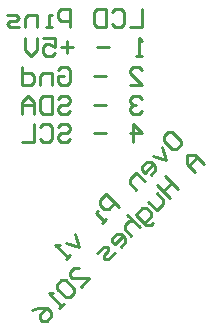
<source format=gbo>
G04 Layer_Color=32896*
%FSLAX23Y23*%
%MOIN*%
G70*
G01*
G75*
%ADD13C,0.010*%
D13*
X2140Y4704D02*
Y4644D01*
X2100D01*
X2040Y4694D02*
X2050Y4704D01*
X2070D01*
X2080Y4694D01*
Y4654D01*
X2070Y4644D01*
X2050D01*
X2040Y4654D01*
X2020Y4704D02*
Y4644D01*
X1990D01*
X1980Y4654D01*
Y4694D01*
X1990Y4704D01*
X2020D01*
X1900Y4644D02*
Y4704D01*
X1870D01*
X1860Y4694D01*
Y4674D01*
X1870Y4664D01*
X1900D01*
X1840Y4644D02*
X1820D01*
X1830D01*
Y4684D01*
X1840D01*
X1790Y4644D02*
Y4684D01*
X1760D01*
X1750Y4674D01*
Y4644D01*
X1730D02*
X1700D01*
X1690Y4654D01*
X1700Y4664D01*
X1720D01*
X1730Y4674D01*
X1720Y4684D01*
X1690D01*
X2140Y4548D02*
X2120D01*
X2130D01*
Y4608D01*
X2140Y4598D01*
X2030Y4578D02*
X1990D01*
X1910D02*
X1870D01*
X1890Y4598D02*
Y4558D01*
X1810Y4608D02*
X1850D01*
Y4578D01*
X1830Y4588D01*
X1820D01*
X1810Y4578D01*
Y4558D01*
X1820Y4548D01*
X1840D01*
X1850Y4558D01*
X1790Y4608D02*
Y4568D01*
X1770Y4548D01*
X1750Y4568D01*
Y4608D01*
X2100Y4452D02*
X2140D01*
X2100Y4492D01*
Y4502D01*
X2110Y4512D01*
X2130D01*
X2140Y4502D01*
X2020Y4482D02*
X1980D01*
X1860Y4502D02*
X1870Y4512D01*
X1890D01*
X1900Y4502D01*
Y4462D01*
X1890Y4452D01*
X1870D01*
X1860Y4462D01*
Y4482D01*
X1880D01*
X1840Y4452D02*
Y4492D01*
X1810D01*
X1800Y4482D01*
Y4452D01*
X1740Y4512D02*
Y4452D01*
X1770D01*
X1780Y4462D01*
Y4482D01*
X1770Y4492D01*
X1740D01*
X2140Y4406D02*
X2130Y4416D01*
X2110D01*
X2100Y4406D01*
Y4396D01*
X2110Y4386D01*
X2120D01*
X2110D01*
X2100Y4376D01*
Y4366D01*
X2110Y4356D01*
X2130D01*
X2140Y4366D01*
X2020Y4386D02*
X1980D01*
X1860Y4406D02*
X1870Y4416D01*
X1890D01*
X1900Y4406D01*
Y4396D01*
X1890Y4386D01*
X1870D01*
X1860Y4376D01*
Y4366D01*
X1870Y4356D01*
X1890D01*
X1900Y4366D01*
X1840Y4416D02*
Y4356D01*
X1810D01*
X1800Y4366D01*
Y4406D01*
X1810Y4416D01*
X1840D01*
X1780Y4356D02*
Y4396D01*
X1760Y4416D01*
X1740Y4396D01*
Y4356D01*
Y4386D01*
X1780D01*
X2110Y4260D02*
Y4320D01*
X2140Y4290D01*
X2100D01*
X2020D02*
X1980D01*
X1860Y4310D02*
X1870Y4320D01*
X1890D01*
X1900Y4310D01*
Y4300D01*
X1890Y4290D01*
X1870D01*
X1860Y4280D01*
Y4270D01*
X1870Y4260D01*
X1890D01*
X1900Y4270D01*
X1800Y4310D02*
X1810Y4320D01*
X1830D01*
X1840Y4310D01*
Y4270D01*
X1830Y4260D01*
X1810D01*
X1800Y4270D01*
X1780Y4320D02*
Y4260D01*
X1740D01*
X2214Y4280D02*
X2228Y4294D01*
X2242D01*
X2270Y4265D01*
Y4251D01*
X2256Y4237D01*
X2242D01*
X2214Y4265D01*
Y4280D01*
X2207Y4244D02*
X2221Y4202D01*
X2178Y4216D01*
X2171Y4152D02*
X2186Y4167D01*
Y4181D01*
X2171Y4195D01*
X2157D01*
X2143Y4181D01*
Y4167D01*
X2150Y4159D01*
X2178Y4188D01*
X2150Y4131D02*
X2122Y4159D01*
X2101Y4138D01*
Y4124D01*
X2122Y4103D01*
X2065Y4046D02*
X2023Y4089D01*
X2002Y4068D01*
Y4053D01*
X2016Y4039D01*
X2030D01*
X2051Y4060D01*
X2023Y4004D02*
X2009Y3990D01*
X2016Y3997D01*
X1988Y4025D01*
X1995Y4032D01*
X1917Y3954D02*
X1931Y3912D01*
X1889Y3926D01*
X1903Y3884D02*
X1889Y3870D01*
X1896Y3877D01*
X1853Y3919D01*
X1867D01*
X2347Y4189D02*
X2318Y4217D01*
X2290D01*
X2290Y4189D01*
X2318Y4161D01*
X2297Y4182D01*
X2326Y4210D01*
X2219Y4147D02*
X2262Y4104D01*
X2241Y4126D01*
X2212Y4097D01*
X2191Y4118D01*
X2234Y4076D01*
X2191Y4090D02*
X2212Y4069D01*
Y4055D01*
X2191Y4034D01*
X2163Y4062D01*
X2177Y3991D02*
X2170Y3984D01*
X2156Y3984D01*
X2121Y4019D01*
X2142Y4041D01*
X2156D01*
X2170Y4027D01*
Y4012D01*
X2149Y3991D01*
X2092Y4019D02*
X2135Y3977D01*
X2113Y3998D01*
X2099D01*
X2085Y3984D01*
Y3970D01*
X2106Y3949D01*
X2071Y3913D02*
X2085Y3928D01*
Y3942D01*
X2071Y3956D01*
X2057D01*
X2043Y3942D01*
Y3928D01*
X2050Y3921D01*
X2078Y3949D01*
X2050Y3892D02*
X2029Y3871D01*
X2014D01*
X2014Y3885D01*
X2029Y3899D01*
Y3913D01*
X2014D01*
X1993Y3892D01*
X1937Y3779D02*
X1965Y3807D01*
X1908D01*
X1901Y3814D01*
Y3829D01*
X1916Y3843D01*
X1930D01*
X1887Y3800D02*
X1873D01*
X1859Y3786D01*
Y3772D01*
X1887Y3744D01*
X1901D01*
X1916Y3758D01*
Y3772D01*
X1887Y3800D01*
X1880Y3723D02*
X1866Y3708D01*
X1873Y3716D01*
X1831Y3758D01*
X1845D01*
X1774Y3701D02*
X1795Y3708D01*
X1824D01*
X1838Y3694D01*
Y3680D01*
X1824Y3666D01*
X1809D01*
X1802Y3673D01*
Y3687D01*
X1824Y3708D01*
M02*

</source>
